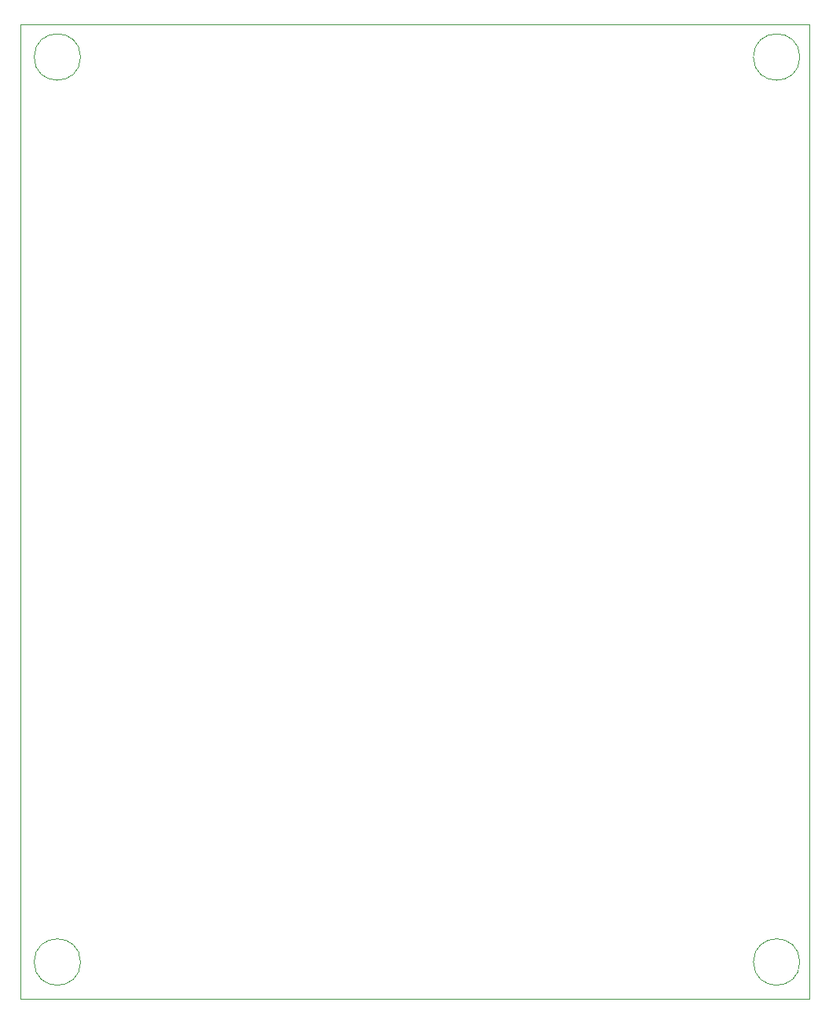
<source format=gbr>
%TF.GenerationSoftware,KiCad,Pcbnew,(6.0.2)*%
%TF.CreationDate,2022-12-18T20:59:20+03:00*%
%TF.ProjectId,buck,6275636b-2e6b-4696-9361-645f70636258,rev?*%
%TF.SameCoordinates,Original*%
%TF.FileFunction,Profile,NP*%
%FSLAX46Y46*%
G04 Gerber Fmt 4.6, Leading zero omitted, Abs format (unit mm)*
G04 Created by KiCad (PCBNEW (6.0.2)) date 2022-12-18 20:59:20*
%MOMM*%
%LPD*%
G01*
G04 APERTURE LIST*
%TA.AperFunction,Profile*%
%ADD10C,0.100000*%
%TD*%
G04 APERTURE END LIST*
D10*
X215000000Y-135000000D02*
G75*
G03*
X215000000Y-135000000I-2500000J0D01*
G01*
X137500000Y-135000000D02*
G75*
G03*
X137500000Y-135000000I-2500000J0D01*
G01*
X215000000Y-37500000D02*
G75*
G03*
X215000000Y-37500000I-2500000J0D01*
G01*
X137500000Y-37500000D02*
G75*
G03*
X137500000Y-37500000I-2500000J0D01*
G01*
X131000000Y-34000000D02*
X216000000Y-34000000D01*
X216000000Y-34000000D02*
X216000000Y-139000000D01*
X216000000Y-139000000D02*
X131000000Y-139000000D01*
X131000000Y-139000000D02*
X131000000Y-34000000D01*
M02*

</source>
